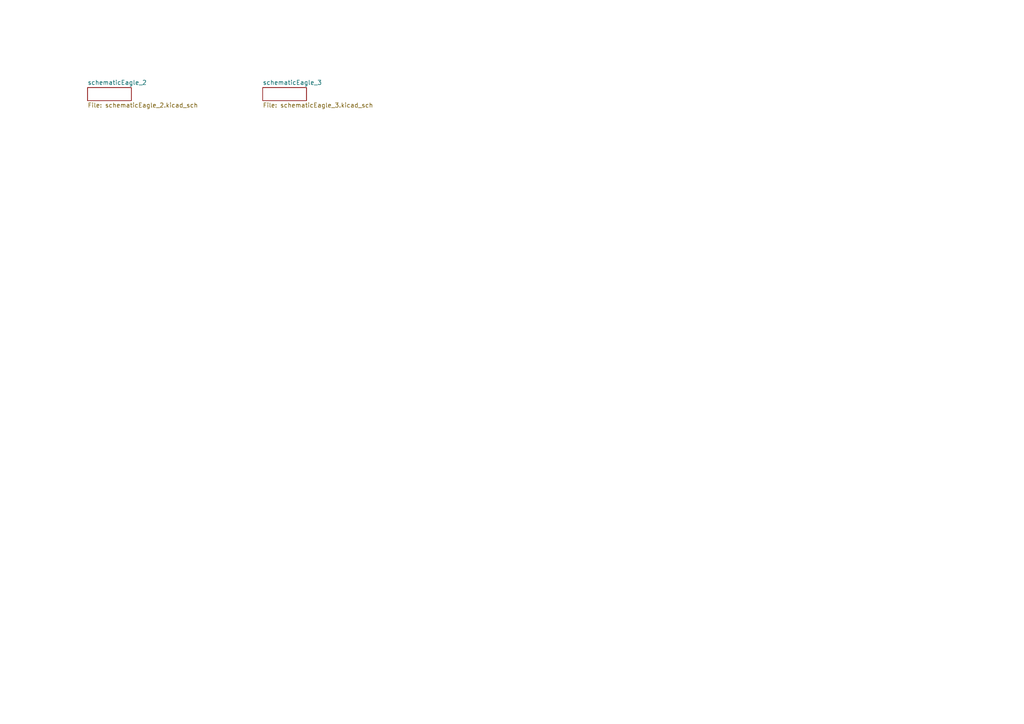
<source format=kicad_sch>
(kicad_sch (version 20211123) (generator eeschema)
  (paper "A4")
  (lib_symbols)
  (sheet (at 25.4 25.4) (size 12.7 3.81)
    (property "Sheet name" "schematicEagle_2" (at 25.4 24.6884 0) (effects (justify left bottom)))
    (property "Sheet file" "schematicEagle_2.kicad_sch" (at 25.4 29.7946 0) (effects (justify left top)))
  )
  (sheet (at 76.2 25.4) (size 12.7 3.81)
    (property "Sheet name" "schematicEagle_3" (at 76.2 24.6884 0) (effects (justify left bottom)))
    (property "Sheet file" "schematicEagle_3.kicad_sch" (at 76.2 29.7946 0) (effects (justify left top)))
  )
)
</source>
